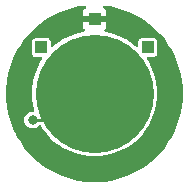
<source format=gbl>
G04 #@! TF.GenerationSoftware,KiCad,Pcbnew,(7.0.0)*
G04 #@! TF.CreationDate,2024-02-11T00:03:20+02:00*
G04 #@! TF.ProjectId,cap-touch-sensor,6361702d-746f-4756-9368-2d73656e736f,rev?*
G04 #@! TF.SameCoordinates,Original*
G04 #@! TF.FileFunction,Copper,L2,Bot*
G04 #@! TF.FilePolarity,Positive*
%FSLAX46Y46*%
G04 Gerber Fmt 4.6, Leading zero omitted, Abs format (unit mm)*
G04 Created by KiCad (PCBNEW (7.0.0)) date 2024-02-11 00:03:20*
%MOMM*%
%LPD*%
G01*
G04 APERTURE LIST*
G04 #@! TA.AperFunction,ComponentPad*
%ADD10R,1.000000X1.000000*%
G04 #@! TD*
G04 #@! TA.AperFunction,SMDPad,CuDef*
%ADD11C,10.000000*%
G04 #@! TD*
G04 #@! TA.AperFunction,ViaPad*
%ADD12C,0.800000*%
G04 #@! TD*
G04 #@! TA.AperFunction,Conductor*
%ADD13C,0.250000*%
G04 #@! TD*
G04 APERTURE END LIST*
D10*
X7499999Y-1199999D03*
X2999999Y-3599999D03*
X11999999Y-3599999D03*
D11*
X7500000Y-7500000D03*
D12*
X13800000Y-7500000D03*
X7500000Y-13700000D03*
X1100000Y-7500000D03*
X2250000Y-9750000D03*
D13*
X6100000Y-10500000D02*
X8350000Y-8250000D01*
X2250000Y-9750000D02*
X5250000Y-9750000D01*
G04 #@! TA.AperFunction,Conductor*
G36*
X8857727Y-124592D02*
G01*
X8866605Y-126233D01*
X9392469Y-243374D01*
X9401195Y-245656D01*
X9917107Y-400870D01*
X9925652Y-403785D01*
X10400392Y-585358D01*
X10428852Y-596243D01*
X10437186Y-599784D01*
X10925000Y-828462D01*
X10933039Y-832596D01*
X11113141Y-933674D01*
X11402838Y-1096260D01*
X11410569Y-1100978D01*
X11859865Y-1398229D01*
X11867232Y-1403499D01*
X12293642Y-1732762D01*
X12300604Y-1738556D01*
X12648297Y-2050091D01*
X12701840Y-2098065D01*
X12708356Y-2104348D01*
X12871216Y-2273269D01*
X13082276Y-2492183D01*
X13088309Y-2498916D01*
X13432933Y-2913024D01*
X13438458Y-2920180D01*
X13751927Y-3358330D01*
X13756924Y-3365883D01*
X14037580Y-3825754D01*
X14042013Y-3833653D01*
X14288333Y-4312750D01*
X14292178Y-4320951D01*
X14502879Y-4816772D01*
X14506114Y-4825232D01*
X14680063Y-5335116D01*
X14682673Y-5343789D01*
X14818936Y-5865002D01*
X14820905Y-5873843D01*
X14918757Y-6403604D01*
X14920076Y-6412565D01*
X14978997Y-6948069D01*
X14979658Y-6957102D01*
X14999334Y-7495471D01*
X14999334Y-7504529D01*
X14979658Y-8042897D01*
X14978997Y-8051930D01*
X14920076Y-8587434D01*
X14918757Y-8596395D01*
X14820905Y-9126156D01*
X14818936Y-9134997D01*
X14682673Y-9656210D01*
X14680063Y-9664883D01*
X14506114Y-10174767D01*
X14502879Y-10183227D01*
X14292178Y-10679048D01*
X14288333Y-10687249D01*
X14042013Y-11166346D01*
X14037580Y-11174245D01*
X13756924Y-11634116D01*
X13751927Y-11641669D01*
X13438458Y-12079819D01*
X13432922Y-12086989D01*
X13088320Y-12501071D01*
X13082276Y-12507816D01*
X12708360Y-12895647D01*
X12701840Y-12901934D01*
X12300604Y-13261443D01*
X12293642Y-13267237D01*
X11867232Y-13596500D01*
X11859865Y-13601770D01*
X11410569Y-13899021D01*
X11402838Y-13903739D01*
X10933047Y-14167399D01*
X10924992Y-14171541D01*
X10437188Y-14400214D01*
X10428852Y-14403756D01*
X9925666Y-14596209D01*
X9917093Y-14599133D01*
X9401214Y-14754338D01*
X9392451Y-14756629D01*
X8866619Y-14873763D01*
X8857712Y-14875409D01*
X8324705Y-14953851D01*
X8315703Y-14954841D01*
X7778419Y-14994166D01*
X7769367Y-14994497D01*
X7230633Y-14994497D01*
X7221581Y-14994166D01*
X6684296Y-14954841D01*
X6675294Y-14953851D01*
X6142287Y-14875409D01*
X6133380Y-14873763D01*
X5607548Y-14756629D01*
X5598785Y-14754338D01*
X5082906Y-14599133D01*
X5074333Y-14596209D01*
X4571147Y-14403756D01*
X4562811Y-14400214D01*
X4075007Y-14171541D01*
X4066952Y-14167399D01*
X3597161Y-13903739D01*
X3589430Y-13899021D01*
X3140134Y-13601770D01*
X3132767Y-13596500D01*
X2706357Y-13267237D01*
X2699395Y-13261443D01*
X2298159Y-12901934D01*
X2291639Y-12895647D01*
X1917723Y-12507816D01*
X1911692Y-12501085D01*
X1567063Y-12086971D01*
X1561541Y-12079819D01*
X1248072Y-11641669D01*
X1243075Y-11634116D01*
X962419Y-11174245D01*
X957986Y-11166346D01*
X827390Y-10912335D01*
X711665Y-10687247D01*
X707821Y-10679048D01*
X497120Y-10183227D01*
X493885Y-10174767D01*
X348974Y-9750000D01*
X1544355Y-9750000D01*
X1545259Y-9757445D01*
X1563955Y-9911423D01*
X1563956Y-9911427D01*
X1564860Y-9918872D01*
X1567518Y-9925882D01*
X1567520Y-9925888D01*
X1622520Y-10070912D01*
X1625182Y-10077930D01*
X1629444Y-10084105D01*
X1629445Y-10084106D01*
X1714490Y-10207315D01*
X1721817Y-10217929D01*
X1849148Y-10330734D01*
X1999775Y-10409790D01*
X2164944Y-10450500D01*
X2327556Y-10450500D01*
X2335056Y-10450500D01*
X2500225Y-10409790D01*
X2650852Y-10330734D01*
X2777201Y-10218798D01*
X2823630Y-10192894D01*
X2876642Y-10188816D01*
X2926489Y-10207315D01*
X2964006Y-10244990D01*
X3070138Y-10411584D01*
X3153948Y-10543138D01*
X3435713Y-10910342D01*
X3748410Y-11251590D01*
X4089658Y-11564287D01*
X4456862Y-11846052D01*
X4847225Y-12094741D01*
X5257778Y-12308461D01*
X5685395Y-12485586D01*
X6126823Y-12624768D01*
X6578701Y-12724947D01*
X7037591Y-12785361D01*
X7500000Y-12805550D01*
X7962409Y-12785361D01*
X8421299Y-12724947D01*
X8873177Y-12624768D01*
X9314605Y-12485586D01*
X9742222Y-12308461D01*
X10152775Y-12094741D01*
X10543138Y-11846052D01*
X10910342Y-11564287D01*
X11251590Y-11251590D01*
X11564287Y-10910342D01*
X11846052Y-10543138D01*
X12094741Y-10152775D01*
X12308461Y-9742222D01*
X12485586Y-9314605D01*
X12624768Y-8873177D01*
X12724947Y-8421299D01*
X12785361Y-7962409D01*
X12805550Y-7500000D01*
X12785361Y-7037591D01*
X12724947Y-6578701D01*
X12624768Y-6126823D01*
X12485586Y-5685395D01*
X12308461Y-5257778D01*
X12094741Y-4847225D01*
X11931585Y-4591122D01*
X11912232Y-4528556D01*
X11927452Y-4464856D01*
X11972998Y-4417795D01*
X12036166Y-4400499D01*
X12541286Y-4400499D01*
X12544864Y-4400499D01*
X12569991Y-4397585D01*
X12672765Y-4352206D01*
X12752206Y-4272765D01*
X12797585Y-4169991D01*
X12800500Y-4144865D01*
X12800499Y-3055136D01*
X12797585Y-3030009D01*
X12752206Y-2927235D01*
X12672765Y-2847794D01*
X12657833Y-2841201D01*
X12578522Y-2806181D01*
X12578517Y-2806179D01*
X12569991Y-2802415D01*
X12560726Y-2801340D01*
X12548414Y-2799911D01*
X12548401Y-2799910D01*
X12544865Y-2799500D01*
X12541290Y-2799500D01*
X11458714Y-2799500D01*
X11458696Y-2799500D01*
X11455136Y-2799501D01*
X11451589Y-2799912D01*
X11451577Y-2799913D01*
X11439277Y-2801340D01*
X11439275Y-2801340D01*
X11430009Y-2802415D01*
X11421479Y-2806180D01*
X11421476Y-2806182D01*
X11337745Y-2843153D01*
X11337743Y-2843154D01*
X11327235Y-2847794D01*
X11319112Y-2855916D01*
X11319109Y-2855919D01*
X11255919Y-2919109D01*
X11255916Y-2919112D01*
X11247794Y-2927235D01*
X11243154Y-2937743D01*
X11243153Y-2937745D01*
X11206181Y-3021477D01*
X11206179Y-3021484D01*
X11202415Y-3030009D01*
X11201340Y-3039271D01*
X11201340Y-3039273D01*
X11199911Y-3051585D01*
X11199910Y-3051599D01*
X11199500Y-3055135D01*
X11199500Y-3058709D01*
X11199500Y-3058710D01*
X11199500Y-3418867D01*
X11186472Y-3474196D01*
X11150125Y-3517898D01*
X11098097Y-3540791D01*
X11041321Y-3538063D01*
X10991727Y-3510289D01*
X10912335Y-3437539D01*
X10912331Y-3437536D01*
X10910342Y-3435713D01*
X10543138Y-3153948D01*
X10540854Y-3152493D01*
X10540847Y-3152488D01*
X10155058Y-2906713D01*
X10155050Y-2906708D01*
X10152775Y-2905259D01*
X10042386Y-2847794D01*
X9744632Y-2692793D01*
X9744621Y-2692788D01*
X9742222Y-2691539D01*
X9739714Y-2690500D01*
X9317103Y-2515448D01*
X9317088Y-2515442D01*
X9314605Y-2514414D01*
X9312037Y-2513604D01*
X9312028Y-2513601D01*
X8875748Y-2376042D01*
X8875734Y-2376038D01*
X8873177Y-2375232D01*
X8870561Y-2374652D01*
X8870546Y-2374648D01*
X8423929Y-2275636D01*
X8423927Y-2275635D01*
X8421299Y-2275053D01*
X8418621Y-2274700D01*
X8415958Y-2274231D01*
X8416127Y-2273269D01*
X8357320Y-2247736D01*
X8318600Y-2191740D01*
X8315277Y-2123742D01*
X8348354Y-2064239D01*
X8362502Y-2050091D01*
X8438037Y-1949189D01*
X8446452Y-1933777D01*
X8490888Y-1814641D01*
X8494426Y-1799667D01*
X8499646Y-1751114D01*
X8500000Y-1744518D01*
X8500000Y-1466326D01*
X8496549Y-1453450D01*
X8483674Y-1450000D01*
X6516326Y-1450000D01*
X6503450Y-1453450D01*
X6500000Y-1466326D01*
X6500000Y-1744518D01*
X6500353Y-1751114D01*
X6505573Y-1799667D01*
X6509111Y-1814641D01*
X6553547Y-1933777D01*
X6561962Y-1949189D01*
X6637498Y-2050092D01*
X6651647Y-2064241D01*
X6684721Y-2123742D01*
X6681400Y-2191737D01*
X6642685Y-2247731D01*
X6583873Y-2273272D01*
X6584042Y-2274231D01*
X6581376Y-2274700D01*
X6578701Y-2275053D01*
X6576076Y-2275634D01*
X6576070Y-2275636D01*
X6129453Y-2374648D01*
X6129432Y-2374653D01*
X6126823Y-2375232D01*
X6124271Y-2376036D01*
X6124251Y-2376042D01*
X5687971Y-2513601D01*
X5687954Y-2513606D01*
X5685395Y-2514414D01*
X5682918Y-2515439D01*
X5682896Y-2515448D01*
X5260285Y-2690500D01*
X5260274Y-2690505D01*
X5257778Y-2691539D01*
X5255386Y-2692783D01*
X5255367Y-2692793D01*
X4849623Y-2904010D01*
X4849610Y-2904016D01*
X4847225Y-2905259D01*
X4844958Y-2906702D01*
X4844941Y-2906713D01*
X4459152Y-3152488D01*
X4459134Y-3152500D01*
X4456862Y-3153948D01*
X4454718Y-3155592D01*
X4454711Y-3155598D01*
X4091800Y-3434069D01*
X4091794Y-3434073D01*
X4089658Y-3435713D01*
X4008270Y-3510290D01*
X3958678Y-3538064D01*
X3901902Y-3540791D01*
X3849874Y-3517898D01*
X3813527Y-3474195D01*
X3800499Y-3418867D01*
X3800499Y-3058714D01*
X3800499Y-3058709D01*
X3800499Y-3055136D01*
X3797585Y-3030009D01*
X3752206Y-2927235D01*
X3672765Y-2847794D01*
X3657833Y-2841201D01*
X3578522Y-2806181D01*
X3578517Y-2806179D01*
X3569991Y-2802415D01*
X3560726Y-2801340D01*
X3548414Y-2799911D01*
X3548401Y-2799910D01*
X3544865Y-2799500D01*
X3541290Y-2799500D01*
X2458714Y-2799500D01*
X2458696Y-2799500D01*
X2455136Y-2799501D01*
X2451589Y-2799912D01*
X2451577Y-2799913D01*
X2439277Y-2801340D01*
X2439275Y-2801340D01*
X2430009Y-2802415D01*
X2421479Y-2806180D01*
X2421476Y-2806182D01*
X2337745Y-2843153D01*
X2337743Y-2843154D01*
X2327235Y-2847794D01*
X2319112Y-2855916D01*
X2319109Y-2855919D01*
X2255919Y-2919109D01*
X2255916Y-2919112D01*
X2247794Y-2927235D01*
X2243154Y-2937743D01*
X2243153Y-2937745D01*
X2206181Y-3021477D01*
X2206179Y-3021484D01*
X2202415Y-3030009D01*
X2201340Y-3039271D01*
X2201340Y-3039273D01*
X2199911Y-3051585D01*
X2199910Y-3051599D01*
X2199500Y-3055135D01*
X2199500Y-3058708D01*
X2199500Y-3058709D01*
X2199500Y-4141285D01*
X2199500Y-4141302D01*
X2199501Y-4144864D01*
X2199912Y-4148411D01*
X2199913Y-4148422D01*
X2201340Y-4160722D01*
X2202415Y-4169991D01*
X2247794Y-4272765D01*
X2327235Y-4352206D01*
X2398111Y-4383501D01*
X2421477Y-4393818D01*
X2421478Y-4393818D01*
X2430009Y-4397585D01*
X2455135Y-4400500D01*
X2963834Y-4400499D01*
X3027001Y-4417794D01*
X3072547Y-4464856D01*
X3087767Y-4528556D01*
X3068414Y-4591122D01*
X2905259Y-4847225D01*
X2904016Y-4849610D01*
X2904010Y-4849623D01*
X2692793Y-5255367D01*
X2692783Y-5255386D01*
X2691539Y-5257778D01*
X2690505Y-5260274D01*
X2690500Y-5260285D01*
X2515448Y-5682896D01*
X2515439Y-5682918D01*
X2514414Y-5685395D01*
X2513606Y-5687954D01*
X2513601Y-5687971D01*
X2376042Y-6124251D01*
X2376036Y-6124271D01*
X2375232Y-6126823D01*
X2374653Y-6129432D01*
X2374648Y-6129453D01*
X2313871Y-6403604D01*
X2275053Y-6578701D01*
X2274702Y-6581365D01*
X2274700Y-6581378D01*
X2214992Y-7034903D01*
X2214990Y-7034922D01*
X2214639Y-7037591D01*
X2214521Y-7040275D01*
X2214520Y-7040296D01*
X2194648Y-7495470D01*
X2194450Y-7500000D01*
X2194568Y-7502703D01*
X2214520Y-7959703D01*
X2214521Y-7959722D01*
X2214639Y-7962409D01*
X2214990Y-7965079D01*
X2214992Y-7965096D01*
X2274700Y-8418621D01*
X2275053Y-8421299D01*
X2275635Y-8423927D01*
X2275636Y-8423929D01*
X2374648Y-8870546D01*
X2375232Y-8873177D01*
X2379973Y-8888214D01*
X2384056Y-8945698D01*
X2361712Y-8998822D01*
X2317766Y-9036107D01*
X2261712Y-9049500D01*
X2164944Y-9049500D01*
X2157668Y-9051293D01*
X2157662Y-9051294D01*
X2007055Y-9088415D01*
X2007050Y-9088416D01*
X1999775Y-9090210D01*
X1993140Y-9093692D01*
X1993133Y-9093695D01*
X1855791Y-9165779D01*
X1855788Y-9165780D01*
X1849148Y-9169266D01*
X1843537Y-9174236D01*
X1843531Y-9174241D01*
X1727430Y-9277098D01*
X1721817Y-9282071D01*
X1717562Y-9288235D01*
X1717557Y-9288241D01*
X1629445Y-9415893D01*
X1629442Y-9415897D01*
X1625182Y-9422070D01*
X1622523Y-9429081D01*
X1622520Y-9429087D01*
X1567520Y-9574111D01*
X1567517Y-9574119D01*
X1564860Y-9581128D01*
X1563956Y-9588570D01*
X1563955Y-9588576D01*
X1555743Y-9656210D01*
X1544355Y-9750000D01*
X348974Y-9750000D01*
X319936Y-9664883D01*
X317330Y-9656224D01*
X181058Y-9134975D01*
X179098Y-9126177D01*
X81239Y-8596378D01*
X79925Y-8587451D01*
X21001Y-8051920D01*
X20341Y-8042897D01*
X17498Y-7965096D01*
X665Y-7504515D01*
X665Y-7495485D01*
X20341Y-6957089D01*
X21002Y-6948069D01*
X61349Y-6581378D01*
X79925Y-6412544D01*
X81238Y-6403625D01*
X179099Y-5873816D01*
X181056Y-5865029D01*
X317332Y-5343768D01*
X319936Y-5335116D01*
X493885Y-4825232D01*
X497120Y-4816772D01*
X593010Y-4591124D01*
X707826Y-4320939D01*
X711660Y-4312762D01*
X957996Y-3833634D01*
X962419Y-3825754D01*
X1243075Y-3365883D01*
X1248072Y-3358330D01*
X1462429Y-3058714D01*
X1561545Y-2920174D01*
X1567052Y-2913041D01*
X1911703Y-2498900D01*
X1917709Y-2492198D01*
X2291656Y-2104334D01*
X2298140Y-2098082D01*
X2699407Y-1738545D01*
X2706344Y-1732772D01*
X3132783Y-1403487D01*
X3140117Y-1398240D01*
X3589439Y-1100972D01*
X3597151Y-1096265D01*
X4066971Y-832590D01*
X4074987Y-828467D01*
X4562823Y-599779D01*
X4571135Y-596247D01*
X5074355Y-403782D01*
X5082884Y-400873D01*
X5598810Y-245654D01*
X5607523Y-243376D01*
X6133398Y-126232D01*
X6142267Y-124593D01*
X6644129Y-50735D01*
X6708508Y-58393D01*
X6760224Y-97498D01*
X6785136Y-157357D01*
X6776432Y-221606D01*
X6736492Y-272680D01*
X6649908Y-337497D01*
X6637498Y-349907D01*
X6561962Y-450810D01*
X6553547Y-466222D01*
X6509111Y-585358D01*
X6505573Y-600332D01*
X6500353Y-648885D01*
X6500000Y-655482D01*
X6500000Y-933674D01*
X6503450Y-946549D01*
X6516326Y-950000D01*
X8483674Y-950000D01*
X8496549Y-946549D01*
X8500000Y-933674D01*
X8500000Y-655482D01*
X8499646Y-648885D01*
X8494426Y-600332D01*
X8490888Y-585358D01*
X8446452Y-466222D01*
X8438037Y-450810D01*
X8362501Y-349907D01*
X8350088Y-337494D01*
X8263508Y-272680D01*
X8223567Y-221607D01*
X8214863Y-157357D01*
X8239774Y-97498D01*
X8291491Y-58394D01*
X8355870Y-50735D01*
X8857727Y-124592D01*
G37*
G04 #@! TD.AperFunction*
M02*

</source>
